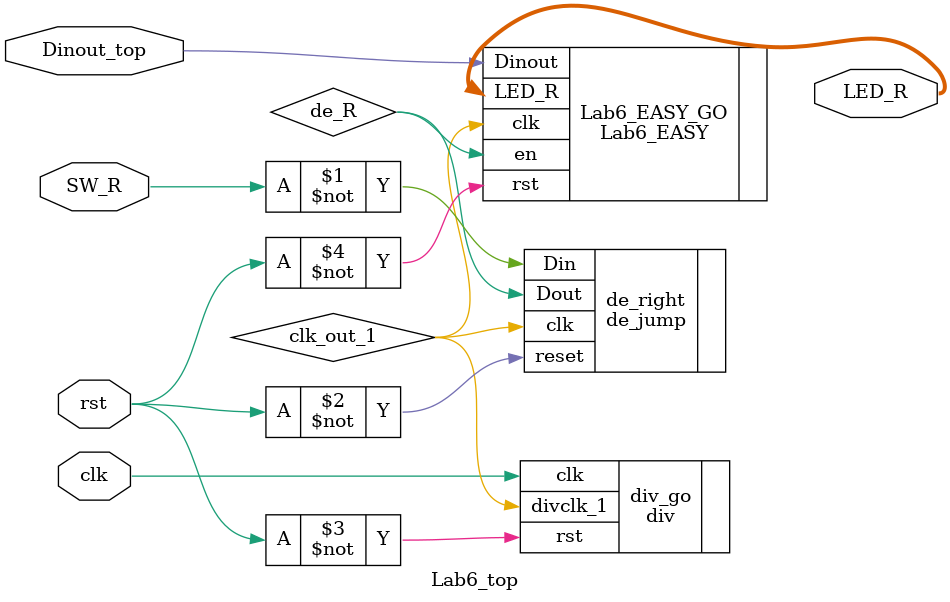
<source format=v>
`timescale 1ns / 1ps


module Lab6_top(
        input SW_R,
        input clk,
        input rst,
        inout Dinout_top,
        output [7:0] LED_R
    );
    

wire clk_out_1,de_R;

de_jump de_right(.Din(~SW_R),.Dout(de_R),.clk(clk_out_1),.reset(~rst));  //«ö¶s¨¾¼u¸õ

div div_go(.divclk_1(clk_out_1),.clk(clk),.rst(~rst));  //°£ÀW[0]¡B[1]¡B[5]

Lab6_EASY Lab6_EASY_GO(.en(de_R),.clk(clk_out_1),.rst(~rst),.Dinout(Dinout_top),.LED_R(LED_R));


endmodule

</source>
